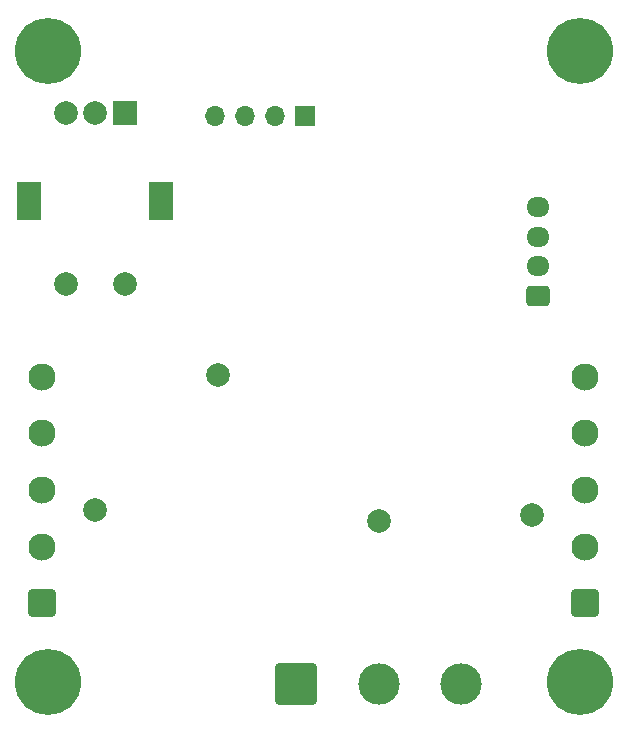
<source format=gbs>
%TF.GenerationSoftware,KiCad,Pcbnew,9.99.0-679-g5f620f0fa1*%
%TF.CreationDate,2025-04-01T17:44:37+06:00*%
%TF.ProjectId,hakko_station,68616b6b-6f5f-4737-9461-74696f6e2e6b,rev?*%
%TF.SameCoordinates,Original*%
%TF.FileFunction,Soldermask,Bot*%
%TF.FilePolarity,Negative*%
%FSLAX46Y46*%
G04 Gerber Fmt 4.6, Leading zero omitted, Abs format (unit mm)*
G04 Created by KiCad (PCBNEW 9.99.0-679-g5f620f0fa1) date 2025-04-01 17:44:37*
%MOMM*%
%LPD*%
G01*
G04 APERTURE LIST*
G04 Aperture macros list*
%AMRoundRect*
0 Rectangle with rounded corners*
0 $1 Rounding radius*
0 $2 $3 $4 $5 $6 $7 $8 $9 X,Y pos of 4 corners*
0 Add a 4 corners polygon primitive as box body*
4,1,4,$2,$3,$4,$5,$6,$7,$8,$9,$2,$3,0*
0 Add four circle primitives for the rounded corners*
1,1,$1+$1,$2,$3*
1,1,$1+$1,$4,$5*
1,1,$1+$1,$6,$7*
1,1,$1+$1,$8,$9*
0 Add four rect primitives between the rounded corners*
20,1,$1+$1,$2,$3,$4,$5,0*
20,1,$1+$1,$4,$5,$6,$7,0*
20,1,$1+$1,$6,$7,$8,$9,0*
20,1,$1+$1,$8,$9,$2,$3,0*%
G04 Aperture macros list end*
%ADD10R,2.000000X2.000000*%
%ADD11C,2.000000*%
%ADD12R,2.000000X3.200000*%
%ADD13RoundRect,0.250001X0.899999X-0.899999X0.899999X0.899999X-0.899999X0.899999X-0.899999X-0.899999X0*%
%ADD14C,2.300000*%
%ADD15C,5.600000*%
%ADD16R,1.700000X1.700000*%
%ADD17O,1.700000X1.700000*%
%ADD18RoundRect,0.250000X0.725000X-0.600000X0.725000X0.600000X-0.725000X0.600000X-0.725000X-0.600000X0*%
%ADD19O,1.950000X1.700000*%
%ADD20RoundRect,0.250002X-1.499998X-1.499998X1.499998X-1.499998X1.499998X1.499998X-1.499998X1.499998X0*%
%ADD21C,3.500000*%
G04 APERTURE END LIST*
D10*
%TO.C,SW1*%
X81000000Y-76250000D03*
D11*
X76000000Y-76250000D03*
X78500000Y-76250000D03*
D12*
X84100000Y-83750000D03*
X72900000Y-83750000D03*
D11*
X76000000Y-90750000D03*
X81000000Y-90750000D03*
%TD*%
D13*
%TO.C,J3*%
X74000000Y-117800000D03*
D14*
X74000000Y-113000000D03*
X74000000Y-108200000D03*
X74000000Y-103400000D03*
X74000000Y-98600000D03*
%TD*%
D15*
%TO.C,H2*%
X119500000Y-71000000D03*
%TD*%
D16*
%TO.C,J5*%
X96300000Y-76500000D03*
D17*
X93760000Y-76500000D03*
X91220000Y-76500000D03*
X88680000Y-76500000D03*
%TD*%
D15*
%TO.C,H4*%
X74500000Y-124500000D03*
%TD*%
%TO.C,H3*%
X119500000Y-124500000D03*
%TD*%
D11*
%TO.C,TP6*%
X102497000Y-110800000D03*
%TD*%
D15*
%TO.C,H1*%
X74500000Y-71000000D03*
%TD*%
D18*
%TO.C,J1*%
X116000000Y-91750000D03*
D19*
X116000000Y-89250000D03*
X116000000Y-86750000D03*
X116000000Y-84250000D03*
%TD*%
D11*
%TO.C,TP2*%
X115500000Y-110300000D03*
%TD*%
D20*
%TO.C,J2*%
X95500000Y-124600000D03*
D21*
X102500000Y-124600000D03*
X109500000Y-124600000D03*
%TD*%
D13*
%TO.C,J4*%
X120000000Y-117800000D03*
D14*
X120000000Y-113000000D03*
X120000000Y-108200000D03*
X120000000Y-103400000D03*
X120000000Y-98600000D03*
%TD*%
D11*
%TO.C,TP1*%
X78500000Y-109900000D03*
%TD*%
%TO.C,TP4*%
X88900000Y-98500000D03*
%TD*%
M02*

</source>
